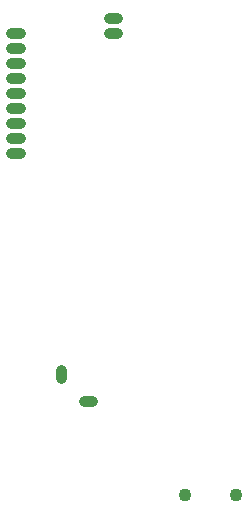
<source format=gbr>
G04 EAGLE Gerber RS-274X export*
G75*
%MOMM*%
%FSLAX34Y34*%
%LPD*%
%INSoldermask Bottom*%
%IPPOS*%
%AMOC8*
5,1,8,0,0,1.08239X$1,22.5*%
G01*
%ADD10C,0.914400*%
%ADD11C,1.103200*%


D10*
X128560Y423600D02*
X135672Y423600D01*
X135672Y410900D02*
X128560Y410900D01*
X128560Y398200D02*
X135672Y398200D01*
X135672Y385500D02*
X128560Y385500D01*
X128560Y372800D02*
X135672Y372800D01*
X135672Y360100D02*
X128560Y360100D01*
X128560Y347400D02*
X135672Y347400D01*
X135672Y334700D02*
X128560Y334700D01*
X128560Y322000D02*
X135672Y322000D01*
X211110Y423600D02*
X218222Y423600D01*
X218222Y436300D02*
X211110Y436300D01*
X196916Y111600D02*
X189804Y111600D01*
X170500Y130904D02*
X170500Y138016D01*
D11*
X275270Y31871D03*
X318450Y31871D03*
M02*

</source>
